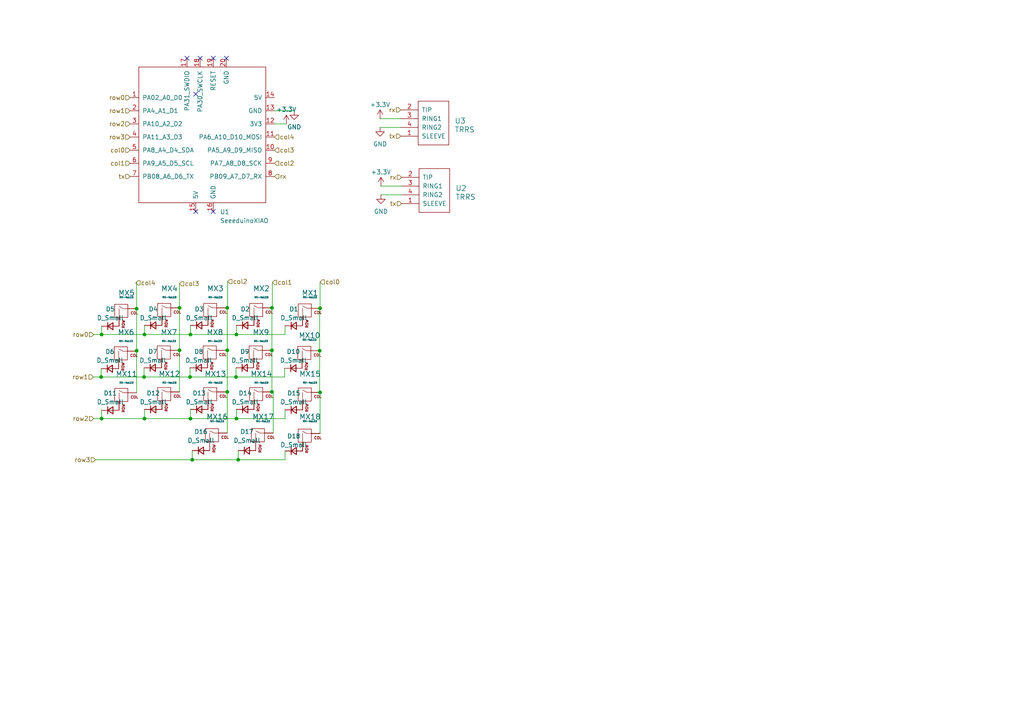
<source format=kicad_sch>
(kicad_sch (version 20230121) (generator eeschema)
  (paper "A4")
  (lib_symbols
    (symbol "Device:D_Small" (pin_numbers hide) (pin_names (offset 0.254) hide)
      (property "Reference" "D" (at -1.27 2.032 0))
      (property "Value" "D_Small" (at -3.81 -2.032 0))
      (symbol "D_Small_0_1"
        (polyline (pts (xy -0.762 -1.016) (xy -0.762 1.016)) (stroke (width 0.254)))
        (polyline (pts (xy -0.762 0) (xy 0.762 0)))
        (polyline (pts (xy 0.762 -1.016) (xy -0.762 0) (xy 0.762 1.016) (xy 0.762 -1.016)) (stroke (width 0.254)))
      )
      (symbol "D_Small_1_1"
        (pin passive line (at -2.54 0 0) (length 1.778) (name "K") (number "1"))
        (pin passive line (at 2.54 0 180) (length 1.778) (name "A") (number "2"))
      )
    )
    (symbol "MX_Alps_Hybrid:MX-NoLED" (pin_names (offset 1.016))
      (property "Reference" "MX" (at -0.635 3.81 0))
      (property "Value" "MX-NoLED" (at -0.635 1.27 0))
      (symbol "MX-NoLED_0_0"
        (rectangle (start -2.54 2.54) (end 1.27 -1.27))
        (polyline (pts (xy -1.27 -1.27) (xy -1.27 1.27)) (stroke (width 0.127)))
        (polyline (pts (xy 1.27 1.27) (xy 0 1.27) (xy -1.27 1.905)) (stroke (width 0.127)))
        (text "COL" (at 3.175 0 0) (effects (font (size 0.762 0.762))))
        (text "ROW" (at 0 -1.905 900) (effects (font (size 0.762 0.762)) (justify right)))
      )
      (symbol "MX-NoLED_1_1"
        (pin passive line (at 3.81 1.27 180) (length 2.54) (name "COL") (number "1"))
        (pin passive line (at -1.27 -3.81 90) (length 2.54) (name "ROW") (number "2"))
      )
    )
    (symbol "Seeeduino XIAO:SeeeduinoXIAO" (pin_names (offset 1.016))
      (property "Reference" "U" (at -19.05 22.86 0))
      (property "Value" "SeeeduinoXIAO" (at -12.7 21.59 0))
      (symbol "SeeeduinoXIAO_0_1"
        (rectangle (start -19.05 20.32) (end 17.78 -19.05))
      )
      (symbol "SeeeduinoXIAO_1_1"
        (pin unspecified line (at -21.59 11.43 0) (length 2.54) (name "PA02_A0_D0") (number "1"))
        (pin unspecified line (at 20.32 -3.81 180) (length 2.54) (name "PA5_A9_D9_MISO") (number "10"))
        (pin unspecified line (at 20.32 0 180) (length 2.54) (name "PA6_A10_D10_MOSI") (number "11"))
        (pin unspecified line (at 20.32 3.81 180) (length 2.54) (name "3V3") (number "12"))
        (pin unspecified line (at 20.32 7.62 180) (length 2.54) (name "GND") (number "13"))
        (pin unspecified line (at 20.32 11.43 180) (length 2.54) (name "5V") (number "14"))
        (pin input line (at -2.54 -21.59 90) (length 2.54) (name "5V") (number "15"))
        (pin input line (at 2.54 -21.59 90) (length 2.54) (name "GND") (number "16"))
        (pin input line (at -5.08 22.86 270) (length 2.54) (name "PA31_SWDIO") (number "17"))
        (pin input line (at -1.27 22.86 270) (length 2.54) (name "PA30_SWCLK") (number "18"))
        (pin input line (at 2.54 22.86 270) (length 2.54) (name "RESET") (number "19"))
        (pin unspecified line (at -21.59 7.62 0) (length 2.54) (name "PA4_A1_D1") (number "2"))
        (pin input line (at 6.35 22.86 270) (length 2.54) (name "GND") (number "20"))
        (pin unspecified line (at -21.59 3.81 0) (length 2.54) (name "PA10_A2_D2") (number "3"))
        (pin unspecified line (at -21.59 0 0) (length 2.54) (name "PA11_A3_D3") (number "4"))
        (pin unspecified line (at -21.59 -3.81 0) (length 2.54) (name "PA8_A4_D4_SDA") (number "5"))
        (pin unspecified line (at -21.59 -7.62 0) (length 2.54) (name "PA9_A5_D5_SCL") (number "6"))
        (pin unspecified line (at -21.59 -11.43 0) (length 2.54) (name "PB08_A6_D6_TX") (number "7"))
        (pin unspecified line (at 20.32 -11.43 180) (length 2.54) (name "PB09_A7_D7_RX") (number "8"))
        (pin unspecified line (at 20.32 -7.62 180) (length 2.54) (name "PA7_A8_D8_SCK") (number "9"))
      )
    )
    (symbol "power:+3.3V" (power) (pin_names (offset 0))
      (property "Value" "+3.3V" (at 0 3.556 0))
      (symbol "+3.3V_0_1"
        (polyline (pts (xy -0.762 1.27) (xy 0 2.54)))
        (polyline (pts (xy 0 0) (xy 0 2.54)))
        (polyline (pts (xy 0 2.54) (xy 0.762 1.27)))
      )
      (symbol "+3.3V_1_1"
        (pin power_in line (at 0 0 90) (length 0) hide (name "+3.3V") (number "1"))
      )
    )
    (symbol "power:GND" (power) (pin_names (offset 0))
      (property "Value" "GND" (at 0 -3.81 0))
      (symbol "GND_0_1"
        (polyline (pts (xy 0 0) (xy 0 -1.27) (xy 1.27 -1.27) (xy 0 -2.54) (xy -1.27 -1.27) (xy 0 -1.27)))
      )
      (symbol "GND_1_1"
        (pin power_in line (at 0 0 270) (length 0) hide (name "GND") (number "1"))
      )
    )
    (symbol "random_keyboard_parts:TRRS" (pin_names (offset 1.016))
      (property "Reference" "U" (at 0 15.24 0))
      (property "Value" "TRRS" (at 0 -2.54 0))
      (symbol "TRRS_0_1"
        (rectangle (start -3.81 0) (end -3.81 12.7))
        (rectangle (start -3.81 12.7) (end 5.08 12.7))
        (rectangle (start 5.08 0) (end -3.81 0))
        (rectangle (start 5.08 12.7) (end 5.08 0))
      )
      (symbol "TRRS_1_1"
        (pin input line (at -8.89 2.54 0) (length 5.08) (name "SLEEVE") (number "1"))
        (pin input line (at -8.89 10.16 0) (length 5.08) (name "TIP") (number "2"))
        (pin input line (at -8.89 7.62 0) (length 5.08) (name "RING1") (number "3"))
        (pin input line (at -8.89 5.08 0) (length 5.08) (name "RING2") (number "4"))
      )
    )
  )
  (junction (at 68.453 109.347))
  (junction (at 92.837 89.408))
  (junction (at 41.91 97.028))
  (junction (at 65.913 101.6))
  (junction (at 52.07 101.6))
  (junction (at 55.118 109.347))
  (junction (at 52.07 89.281))
  (junction (at 78.867 101.6))
  (junction (at 68.58 97.028))
  (junction (at 55.245 97.028))
  (junction (at 39.624 101.727))
  (junction (at 29.464 97.028))
  (junction (at 65.913 113.665))
  (junction (at 55.753 133.35))
  (junction (at 78.867 89.281))
  (junction (at 39.624 89.535))
  (junction (at 41.91 121.412))
  (junction (at 29.337 109.347))
  (junction (at 29.464 121.412))
  (junction (at 78.867 113.665))
  (junction (at 92.71 101.727))
  (junction (at 55.245 121.412))
  (junction (at 92.837 113.792))
  (junction (at 41.783 109.347))
  (junction (at 65.913 89.281))
  (junction (at 69.088 133.35))
  (junction (at 68.58 121.412))
  (no_connect (at 54.229 16.891))
  (no_connect (at 61.849 61.341))
  (no_connect (at 56.769 61.341))
  (no_connect (at 61.849 16.891))
  (no_connect (at 58.039 16.891))
  (no_connect (at 65.659 16.891))
  (no_connect (at 56.769 27.305))
  (wire (pts (xy 55.753 130.683) (xy 55.753 133.35)))
  (wire (pts (xy 65.913 113.665) (xy 65.913 101.6)))
  (wire (pts (xy 65.405 89.281) (xy 65.913 89.281)))
  (wire (pts (xy 39.624 82.042) (xy 39.624 89.535)))
  (wire (pts (xy 82.55 106.807) (xy 82.55 109.347)))
  (wire (pts (xy 27.051 109.347) (xy 29.337 109.347)))
  (wire (pts (xy 41.91 121.412) (xy 55.245 121.412)))
  (wire (pts (xy 82.677 118.872) (xy 82.677 121.412)))
  (wire (pts (xy 92.837 81.788) (xy 92.837 89.408)))
  (wire (pts (xy 27.178 121.412) (xy 29.464 121.412)))
  (wire (pts (xy 55.245 121.412) (xy 68.58 121.412)))
  (wire (pts (xy 39.624 101.727) (xy 39.624 113.919)))
  (wire (pts (xy 65.913 101.6) (xy 65.913 89.281)))
  (wire (pts (xy 55.245 118.745) (xy 55.245 121.412)))
  (wire (pts (xy 68.453 106.68) (xy 68.453 109.347)))
  (wire (pts (xy 69.088 130.683) (xy 69.088 133.35)))
  (wire (pts (xy 55.245 97.028) (xy 68.58 97.028)))
  (wire (pts (xy 65.913 125.603) (xy 65.913 113.665)))
  (wire (pts (xy 68.58 97.028) (xy 82.677 97.028)))
  (wire (pts (xy 55.118 109.347) (xy 68.453 109.347)))
  (wire (pts (xy 41.783 106.68) (xy 41.783 109.347)))
  (wire (pts (xy 78.867 113.665) (xy 78.867 101.6)))
  (wire (pts (xy 68.58 94.361) (xy 68.58 97.028)))
  (wire (pts (xy 92.71 89.408) (xy 92.71 101.727)))
  (wire (pts (xy 78.867 101.6) (xy 78.613 101.6)))
  (wire (pts (xy 27.178 97.028) (xy 29.464 97.028)))
  (wire (pts (xy 92.71 113.792) (xy 92.837 113.792)))
  (wire (pts (xy 78.867 89.281) (xy 78.867 101.6)))
  (wire (pts (xy 51.943 101.6) (xy 52.07 101.6)))
  (wire (pts (xy 66.04 89.281) (xy 65.913 89.281)))
  (wire (pts (xy 55.753 133.35) (xy 69.088 133.35)))
  (wire (pts (xy 52.07 89.281) (xy 52.07 101.6)))
  (wire (pts (xy 85.344 32.131) (xy 79.629 32.131)))
  (wire (pts (xy 65.913 113.665) (xy 65.405 113.665)))
  (wire (pts (xy 110.236 34.417) (xy 116.205 34.417)))
  (wire (pts (xy 29.464 97.028) (xy 41.91 97.028)))
  (wire (pts (xy 110.236 36.957) (xy 116.205 36.957)))
  (wire (pts (xy 83.058 35.941) (xy 79.629 35.941)))
  (wire (pts (xy 69.088 133.35) (xy 82.677 133.35)))
  (wire (pts (xy 29.337 109.347) (xy 29.337 106.934)))
  (wire (pts (xy 66.04 81.661) (xy 66.04 89.281)))
  (wire (pts (xy 39.497 101.727) (xy 39.624 101.727)))
  (wire (pts (xy 55.118 106.68) (xy 55.118 109.347)))
  (wire (pts (xy 68.58 121.412) (xy 82.677 121.412)))
  (wire (pts (xy 29.464 121.412) (xy 29.464 118.999)))
  (wire (pts (xy 110.49 53.975) (xy 116.459 53.975)))
  (wire (pts (xy 52.07 82.296) (xy 52.07 89.281)))
  (wire (pts (xy 78.74 89.281) (xy 78.867 89.281)))
  (wire (pts (xy 79.248 113.665) (xy 78.867 113.665)))
  (wire (pts (xy 41.91 118.745) (xy 41.91 121.412)))
  (wire (pts (xy 27.686 133.35) (xy 55.753 133.35)))
  (wire (pts (xy 82.677 94.488) (xy 82.677 97.028)))
  (wire (pts (xy 79.248 125.603) (xy 79.248 113.665)))
  (wire (pts (xy 92.837 125.73) (xy 92.837 113.792)))
  (wire (pts (xy 39.37 82.042) (xy 39.624 82.042)))
  (wire (pts (xy 82.677 130.81) (xy 82.677 133.35)))
  (wire (pts (xy 29.464 97.028) (xy 29.464 94.615)))
  (wire (pts (xy 92.71 101.727) (xy 92.71 113.792)))
  (wire (pts (xy 110.49 56.515) (xy 116.459 56.515)))
  (wire (pts (xy 29.337 109.347) (xy 41.783 109.347)))
  (wire (pts (xy 41.91 94.361) (xy 41.91 97.028)))
  (wire (pts (xy 52.07 101.6) (xy 52.07 113.665)))
  (wire (pts (xy 39.624 89.535) (xy 39.624 101.727)))
  (wire (pts (xy 92.837 89.408) (xy 92.71 89.408)))
  (wire (pts (xy 55.245 94.361) (xy 55.245 97.028)))
  (wire (pts (xy 68.453 109.347) (xy 82.55 109.347)))
  (wire (pts (xy 41.91 97.028) (xy 55.245 97.028)))
  (wire (pts (xy 41.783 109.347) (xy 55.118 109.347)))
  (wire (pts (xy 78.994 81.915) (xy 78.994 89.281)))
  (wire (pts (xy 29.464 121.412) (xy 41.91 121.412)))
  (wire (pts (xy 78.867 113.665) (xy 78.74 113.665)))
  (wire (pts (xy 39.497 101.854) (xy 39.497 101.727)))
  (wire (pts (xy 68.58 118.745) (xy 68.58 121.412)))
  (wire (pts (xy 65.278 101.6) (xy 65.913 101.6)))
  (wire (pts (xy 78.994 89.281) (xy 78.867 89.281)))
  (hierarchical_label "rx" (shape input) (at 79.629 51.181 0))
  (hierarchical_label "col1" (shape input) (at 78.994 81.915 0))
  (hierarchical_label "col2" (shape input) (at 79.629 47.371 0))
  (hierarchical_label "row3" (shape input) (at 27.686 133.35 180))
  (hierarchical_label "rx" (shape input) (at 116.205 31.877 180))
  (hierarchical_label "row2" (shape input) (at 27.178 121.412 180))
  (hierarchical_label "col1" (shape input) (at 37.719 47.371 180))
  (hierarchical_label "row0" (shape input) (at 37.719 28.321 180))
  (hierarchical_label "tx" (shape input) (at 116.205 39.497 180))
  (hierarchical_label "tx" (shape input) (at 116.459 59.055 180))
  (hierarchical_label "row0" (shape input) (at 27.178 97.028 180))
  (hierarchical_label "col3" (shape input) (at 79.629 43.561 0))
  (hierarchical_label "row1" (shape input) (at 27.051 109.347 180))
  (hierarchical_label "col0" (shape input) (at 37.719 43.561 180))
  (hierarchical_label "tx" (shape input) (at 37.719 51.181 180))
  (hierarchical_label "col0" (shape input) (at 92.837 81.788 0))
  (hierarchical_label "col4" (shape input) (at 39.37 82.042 0))
  (hierarchical_label "row1" (shape input) (at 37.719 32.131 180))
  (hierarchical_label "rx" (shape input) (at 116.459 51.435 180))
  (hierarchical_label "row2" (shape input) (at 37.719 35.941 180))
  (hierarchical_label "col3" (shape input) (at 52.07 82.296 0))
  (hierarchical_label "row3" (shape input) (at 37.719 39.751 180))
  (hierarchical_label "col4" (shape input) (at 79.629 39.751 0))
  (hierarchical_label "col2" (shape input) (at 66.04 81.661 0))
  (symbol (lib_id "Seeeduino XIAO:SeeeduinoXIAO") (at 59.309 39.751 0) (unit 1)
    (property "Reference" "U1" (at 63.8049 61.468 0) (effects (justify left)))
    (property "Value" "SeeeduinoXIAO" (at 63.8049 64.008 0) (effects (justify left)))
    (property "Footprint" "seeed:Seeeduino XIAO-MOUDLE14P-2.54-21X17.8MM" (effects hide))
  )
  (symbol (lib_id "MX_Alps_Hybrid:MX-NoLED") (at 89.027 127 0) (unit 1)
    (property "Reference" "MX18" (at 89.9102 120.904 0) (effects (font (size 1.524 1.524))))
    (property "Value" "MX-NoLED" (at 89.9102 122.174 0) (effects (font (size 0.508 0.508))))
    (property "Footprint" "keySwitches:SW_MX_reversible" (effects hide))
  )
  (symbol (lib_id "MX_Alps_Hybrid:MX-NoLED") (at 35.814 115.189 0) (unit 1)
    (property "Reference" "MX11" (at 36.6972 108.458 0) (effects (font (size 1.524 1.524))))
    (property "Value" "MX-NoLED" (at 36.6972 110.998 0) (effects (font (size 0.508 0.508))))
    (property "Footprint" "keySwitches:SW_MX_reversible" (effects hide))
  )
  (symbol (lib_id "Device:D_Small") (at 57.785 118.745 0) (unit 1)
    (property "Reference" "D13" (at 57.785 114.046 0))
    (property "Value" "D_Small" (at 57.785 116.586 0))
    (property "Footprint" "Keebio:Diode" (effects hide))
    (property "Sim.Device" "D" (effects hide))
    (property "Sim.Pins" "1=K 2=A" (effects hide))
  )
  (symbol (lib_id "MX_Alps_Hybrid:MX-NoLED") (at 75.438 126.873 0) (unit 1)
    (property "Reference" "MX17" (at 76.3212 120.904 0) (effects (font (size 1.524 1.524))))
    (property "Value" "MX-NoLED" (at 76.3212 122.174 0) (effects (font (size 0.508 0.508))))
    (property "Footprint" "keySwitches:SW_MX_reversible" (effects hide))
  )
  (symbol (lib_id "Device:D_Small") (at 85.217 94.488 0) (unit 1)
    (property "Reference" "D1" (at 85.217 89.662 0))
    (property "Value" "D_Small" (at 85.217 92.202 0))
    (property "Footprint" "Keebio:Diode" (effects hide))
    (property "Sim.Device" "D" (effects hide))
    (property "Sim.Pins" "1=K 2=A" (effects hide))
  )
  (symbol (lib_id "Device:D_Small") (at 32.004 118.999 0) (unit 1)
    (property "Reference" "D11" (at 32.004 114.046 0))
    (property "Value" "D_Small" (at 32.004 116.586 0))
    (property "Footprint" "Keebio:Diode" (effects hide))
    (property "Sim.Device" "D" (effects hide))
    (property "Sim.Pins" "1=K 2=A" (effects hide))
  )
  (symbol (lib_id "Device:D_Small") (at 85.217 130.81 0) (unit 1)
    (property "Reference" "D18" (at 85.217 126.492 0))
    (property "Value" "D_Small" (at 85.217 129.032 0))
    (property "Footprint" "Keebio:Diode" (effects hide))
    (property "Sim.Device" "D" (effects hide))
    (property "Sim.Pins" "1=K 2=A" (effects hide))
  )
  (symbol (lib_id "MX_Alps_Hybrid:MX-NoLED") (at 74.93 114.935 0) (unit 1)
    (property "Reference" "MX14" (at 75.8132 108.458 0) (effects (font (size 1.524 1.524))))
    (property "Value" "MX-NoLED" (at 75.8132 110.998 0) (effects (font (size 0.508 0.508))))
    (property "Footprint" "keySwitches:SW_MX_reversible" (effects hide))
  )
  (symbol (lib_id "MX_Alps_Hybrid:MX-NoLED") (at 62.103 126.873 0) (unit 1)
    (property "Reference" "MX16" (at 62.9862 120.904 0) (effects (font (size 1.524 1.524))))
    (property "Value" "MX-NoLED" (at 62.9862 122.174 0) (effects (font (size 0.508 0.508))))
    (property "Footprint" "keySwitches:SW_MX_reversible" (effects hide))
  )
  (symbol (lib_id "MX_Alps_Hybrid:MX-NoLED") (at 48.26 90.551 0) (unit 1)
    (property "Reference" "MX4" (at 49.1432 83.693 0) (effects (font (size 1.524 1.524))))
    (property "Value" "MX-NoLED" (at 49.1432 86.233 0) (effects (font (size 0.508 0.508))))
    (property "Footprint" "keySwitches:SW_MX_reversible" (effects hide))
  )
  (symbol (lib_id "Device:D_Small") (at 44.45 118.745 0) (unit 1)
    (property "Reference" "D12" (at 44.45 114.046 0))
    (property "Value" "D_Small" (at 44.45 116.586 0))
    (property "Footprint" "Keebio:Diode" (effects hide))
    (property "Sim.Device" "D" (effects hide))
    (property "Sim.Pins" "1=K 2=A" (effects hide))
  )
  (symbol (lib_id "Device:D_Small") (at 44.323 106.68 0) (unit 1)
    (property "Reference" "D7" (at 44.323 101.981 0))
    (property "Value" "D_Small" (at 44.323 104.521 0))
    (property "Footprint" "Keebio:Diode" (effects hide))
    (property "Sim.Device" "D" (effects hide))
    (property "Sim.Pins" "1=K 2=A" (effects hide))
  )
  (symbol (lib_id "MX_Alps_Hybrid:MX-NoLED") (at 74.803 102.87 0) (unit 1)
    (property "Reference" "MX9" (at 75.6862 96.393 0) (effects (font (size 1.524 1.524))))
    (property "Value" "MX-NoLED" (at 75.6862 98.933 0) (effects (font (size 0.508 0.508))))
    (property "Footprint" "keySwitches:SW_MX_reversible" (effects hide))
  )
  (symbol (lib_id "MX_Alps_Hybrid:MX-NoLED") (at 61.468 102.87 0) (unit 1)
    (property "Reference" "MX8" (at 62.3512 96.393 0) (effects (font (size 1.524 1.524))))
    (property "Value" "MX-NoLED" (at 62.3512 98.933 0) (effects (font (size 0.508 0.508))))
    (property "Footprint" "keySwitches:SW_MX_reversible" (effects hide))
  )
  (symbol (lib_id "Device:D_Small") (at 71.12 118.745 0) (unit 1)
    (property "Reference" "D14" (at 71.12 114.046 0))
    (property "Value" "D_Small" (at 71.12 116.586 0))
    (property "Footprint" "Keebio:Diode" (effects hide))
    (property "Sim.Device" "D" (effects hide))
    (property "Sim.Pins" "1=K 2=A" (effects hide))
  )
  (symbol (lib_id "Device:D_Small") (at 44.45 94.361 0) (unit 1)
    (property "Reference" "D4" (at 44.45 89.662 0))
    (property "Value" "D_Small" (at 44.45 92.202 0))
    (property "Footprint" "Keebio:Diode" (effects hide))
    (property "Sim.Device" "D" (effects hide))
    (property "Sim.Pins" "1=K 2=A" (effects hide))
  )
  (symbol (lib_id "MX_Alps_Hybrid:MX-NoLED") (at 88.9 102.997 0) (unit 1)
    (property "Reference" "MX10" (at 89.7832 97.282 0) (effects (font (size 1.524 1.524))))
    (property "Value" "MX-NoLED" (at 89.7832 98.552 0) (effects (font (size 0.508 0.508))))
    (property "Footprint" "keySwitches:SW_MX_reversible" (effects hide))
  )
  (symbol (lib_id "Device:D_Small") (at 32.004 94.615 0) (unit 1)
    (property "Reference" "D5" (at 32.004 89.662 0))
    (property "Value" "D_Small" (at 32.004 92.202 0))
    (property "Footprint" "Keebio:Diode" (effects hide))
    (property "Sim.Device" "D" (effects hide))
    (property "Sim.Pins" "1=K 2=A" (effects hide))
  )
  (symbol (lib_id "random_keyboard_parts:TRRS") (at 125.095 42.037 0) (unit 1)
    (property "Reference" "U3" (at 131.826 35.052 0) (effects (font (size 1.524 1.524)) (justify left)))
    (property "Value" "TRRS" (at 131.826 37.592 0) (effects (font (size 1.524 1.524)) (justify left)))
    (property "Footprint" "Keebio:TRRS-PJ-320D" (effects hide))
  )
  (symbol (lib_id "Device:D_Small") (at 71.628 130.683 0) (unit 1)
    (property "Reference" "D17" (at 71.628 125.222 0))
    (property "Value" "D_Small" (at 71.628 127.762 0))
    (property "Footprint" "Keebio:Diode" (effects hide))
    (property "Sim.Device" "D" (effects hide))
    (property "Sim.Pins" "1=K 2=A" (effects hide))
  )
  (symbol (lib_id "Device:D_Small") (at 31.877 106.934 0) (unit 1)
    (property "Reference" "D6" (at 31.877 101.981 0))
    (property "Value" "D_Small" (at 31.877 104.521 0))
    (property "Footprint" "Keebio:Diode" (effects hide))
    (property "Sim.Device" "D" (effects hide))
    (property "Sim.Pins" "1=K 2=A" (effects hide))
  )
  (symbol (lib_id "MX_Alps_Hybrid:MX-NoLED") (at 89.027 90.678 0) (unit 1)
    (property "Reference" "MX1" (at 89.9102 84.963 0) (effects (font (size 1.524 1.524))))
    (property "Value" "MX-NoLED" (at 89.9102 86.233 0) (effects (font (size 0.508 0.508))))
    (property "Footprint" "keySwitches:SW_MX_reversible" (effects hide))
  )
  (symbol (lib_id "MX_Alps_Hybrid:MX-NoLED") (at 61.595 90.551 0) (unit 1)
    (property "Reference" "MX3" (at 62.4782 83.693 0) (effects (font (size 1.524 1.524))))
    (property "Value" "MX-NoLED" (at 62.4782 86.233 0) (effects (font (size 0.508 0.508))))
    (property "Footprint" "keySwitches:SW_MX_reversible" (effects hide))
  )
  (symbol (lib_id "Device:D_Small") (at 58.293 130.683 0) (unit 1)
    (property "Reference" "D16" (at 58.293 125.222 0))
    (property "Value" "D_Small" (at 58.293 127.762 0))
    (property "Footprint" "Keebio:Diode" (effects hide))
    (property "Sim.Device" "D" (effects hide))
    (property "Sim.Pins" "1=K 2=A" (effects hide))
  )
  (symbol (lib_id "MX_Alps_Hybrid:MX-NoLED") (at 48.26 114.935 0) (unit 1)
    (property "Reference" "MX12" (at 49.1432 108.458 0) (effects (font (size 1.524 1.524))))
    (property "Value" "MX-NoLED" (at 49.1432 110.998 0) (effects (font (size 0.508 0.508))))
    (property "Footprint" "keySwitches:SW_MX_reversible" (effects hide))
  )
  (symbol (lib_id "MX_Alps_Hybrid:MX-NoLED") (at 35.687 103.124 0) (unit 1)
    (property "Reference" "MX6" (at 36.5702 96.393 0) (effects (font (size 1.524 1.524))))
    (property "Value" "MX-NoLED" (at 36.5702 98.933 0) (effects (font (size 0.508 0.508))))
    (property "Footprint" "keySwitches:SW_MX_reversible" (effects hide))
  )
  (symbol (lib_id "power:GND") (at 85.344 32.131 0) (unit 1)
    (property "Reference" "#PWR01" (effects hide))
    (property "Value" "GND" (at 85.344 36.83 0))
  )
  (symbol (lib_id "power:+3.3V") (at 110.49 53.975 0) (unit 1)
    (property "Reference" "#PWR05" (effects hide))
    (property "Value" "+3.3V" (at 110.49 49.911 0))
  )
  (symbol (lib_id "Device:D_Small") (at 57.785 94.361 0) (unit 1)
    (property "Reference" "D3" (at 57.785 89.662 0))
    (property "Value" "D_Small" (at 57.785 92.202 0))
    (property "Footprint" "Keebio:Diode" (effects hide))
    (property "Sim.Device" "D" (effects hide))
    (property "Sim.Pins" "1=K 2=A" (effects hide))
  )
  (symbol (lib_id "power:+3.3V") (at 110.236 34.417 0) (unit 1)
    (property "Reference" "#PWR02" (effects hide))
    (property "Value" "+3.3V" (at 110.236 30.353 0))
  )
  (symbol (lib_id "random_keyboard_parts:TRRS") (at 125.349 61.595 0) (unit 1)
    (property "Reference" "U2" (at 132.08 54.61 0) (effects (font (size 1.524 1.524)) (justify left)))
    (property "Value" "TRRS" (at 132.08 57.15 0) (effects (font (size 1.524 1.524)) (justify left)))
    (property "Footprint" "Keebio:TRRS-PJ-320D" (effects hide))
  )
  (symbol (lib_id "power:+3.3V") (at 83.058 35.941 0) (unit 1)
    (property "Reference" "#PWR03" (effects hide))
    (property "Value" "+3.3V" (at 83.058 31.75 0))
  )
  (symbol (lib_id "MX_Alps_Hybrid:MX-NoLED") (at 48.133 102.87 0) (unit 1)
    (property "Reference" "MX7" (at 49.0162 96.393 0) (effects (font (size 1.524 1.524))))
    (property "Value" "MX-NoLED" (at 49.0162 98.933 0) (effects (font (size 0.508 0.508))))
    (property "Footprint" "keySwitches:SW_MX_reversible" (effects hide))
  )
  (symbol (lib_id "MX_Alps_Hybrid:MX-NoLED") (at 35.814 90.805 0) (unit 1)
    (property "Reference" "MX5" (at 36.6972 84.963 0) (effects (font (size 1.524 1.524))))
    (property "Value" "MX-NoLED" (at 36.6972 86.233 0) (effects (font (size 0.508 0.508))))
    (property "Footprint" "keySwitches:SW_MX_reversible" (effects hide))
  )
  (symbol (lib_id "Device:D_Small") (at 57.658 106.68 0) (unit 1)
    (property "Reference" "D8" (at 57.658 101.981 0))
    (property "Value" "D_Small" (at 57.658 104.521 0))
    (property "Footprint" "Keebio:Diode" (effects hide))
    (property "Sim.Device" "D" (effects hide))
    (property "Sim.Pins" "1=K 2=A" (effects hide))
  )
  (symbol (lib_id "Device:D_Small") (at 70.993 106.68 0) (unit 1)
    (property "Reference" "D9" (at 70.993 101.981 0))
    (property "Value" "D_Small" (at 70.993 104.521 0))
    (property "Footprint" "Keebio:Diode" (effects hide))
    (property "Sim.Device" "D" (effects hide))
    (property "Sim.Pins" "1=K 2=A" (effects hide))
  )
  (symbol (lib_id "power:GND") (at 110.236 36.957 0) (unit 1)
    (property "Reference" "#PWR04" (effects hide))
    (property "Value" "GND" (at 110.236 41.783 0))
  )
  (symbol (lib_id "MX_Alps_Hybrid:MX-NoLED") (at 61.595 114.935 0) (unit 1)
    (property "Reference" "MX13" (at 62.4782 108.458 0) (effects (font (size 1.524 1.524))))
    (property "Value" "MX-NoLED" (at 62.4782 110.998 0) (effects (font (size 0.508 0.508))))
    (property "Footprint" "keySwitches:SW_MX_reversible" (effects hide))
  )
  (symbol (lib_id "MX_Alps_Hybrid:MX-NoLED") (at 89.027 115.062 0) (unit 1)
    (property "Reference" "MX15" (at 89.9102 108.458 0) (effects (font (size 1.524 1.524))))
    (property "Value" "MX-NoLED" (at 89.9102 110.998 0) (effects (font (size 0.508 0.508))))
    (property "Footprint" "keySwitches:SW_MX_reversible" (effects hide))
  )
  (symbol (lib_id "Device:D_Small") (at 85.217 118.872 0) (unit 1)
    (property "Reference" "D15" (at 85.217 114.046 0))
    (property "Value" "D_Small" (at 85.217 116.586 0))
    (property "Footprint" "Keebio:Diode" (effects hide))
    (property "Sim.Device" "D" (effects hide))
    (property "Sim.Pins" "1=K 2=A" (effects hide))
  )
  (symbol (lib_id "power:GND") (at 110.49 56.515 0) (unit 1)
    (property "Reference" "#PWR06" (effects hide))
    (property "Value" "GND" (at 110.49 61.341 0))
  )
  (symbol (lib_id "MX_Alps_Hybrid:MX-NoLED") (at 74.93 90.551 0) (unit 1)
    (property "Reference" "MX2" (at 75.8132 83.693 0) (effects (font (size 1.524 1.524))))
    (property "Value" "MX-NoLED" (at 75.8132 86.233 0) (effects (font (size 0.508 0.508))))
    (property "Footprint" "keySwitches:SW_MX_reversible" (effects hide))
  )
  (symbol (lib_id "Device:D_Small") (at 71.12 94.361 0) (unit 1)
    (property "Reference" "D2" (at 71.12 89.662 0))
    (property "Value" "D_Small" (at 71.12 92.202 0))
    (property "Footprint" "Keebio:Diode" (effects hide))
    (property "Sim.Device" "D" (effects hide))
    (property "Sim.Pins" "1=K 2=A" (effects hide))
  )
  (symbol (lib_id "Device:D_Small") (at 85.09 106.807 0) (unit 1)
    (property "Reference" "D10" (at 85.09 101.981 0))
    (property "Value" "D_Small" (at 85.09 104.521 0))
    (property "Footprint" "Keebio:Diode" (effects hide))
    (property "Sim.Device" "D" (effects hide))
    (property "Sim.Pins" "1=K 2=A" (effects hide))
  )
)
</source>
